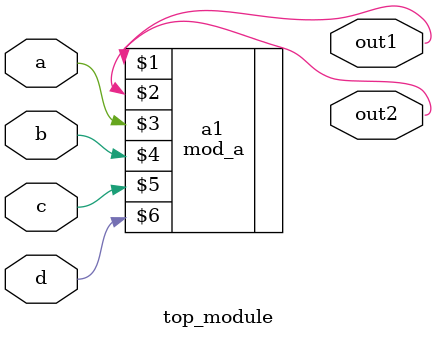
<source format=v>
module top_module ( 
    input a, 
    input b, 
    input c,
    input d,
    output out1,
    output out2
);
    mod_a a1(out1,out2,a,b,c,d);

endmodule

</source>
